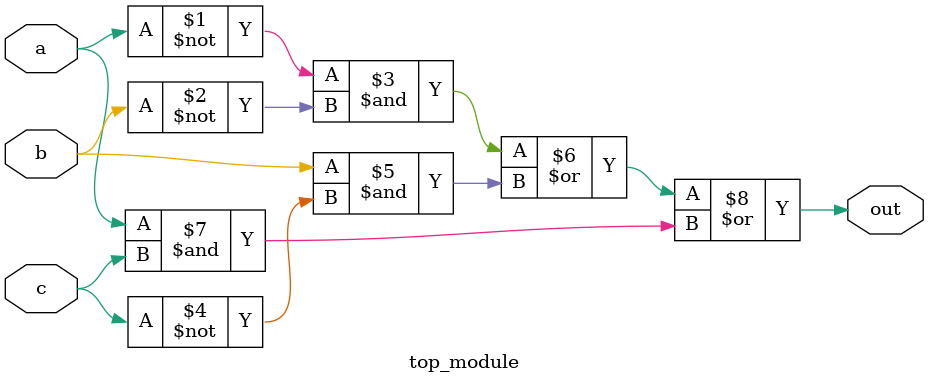
<source format=sv>
module top_module(
	input a, 
	input b,
	input c,
	output out
);

	assign out = ((~a & ~b) | (b & ~c) | (a & c));
	
endmodule

</source>
